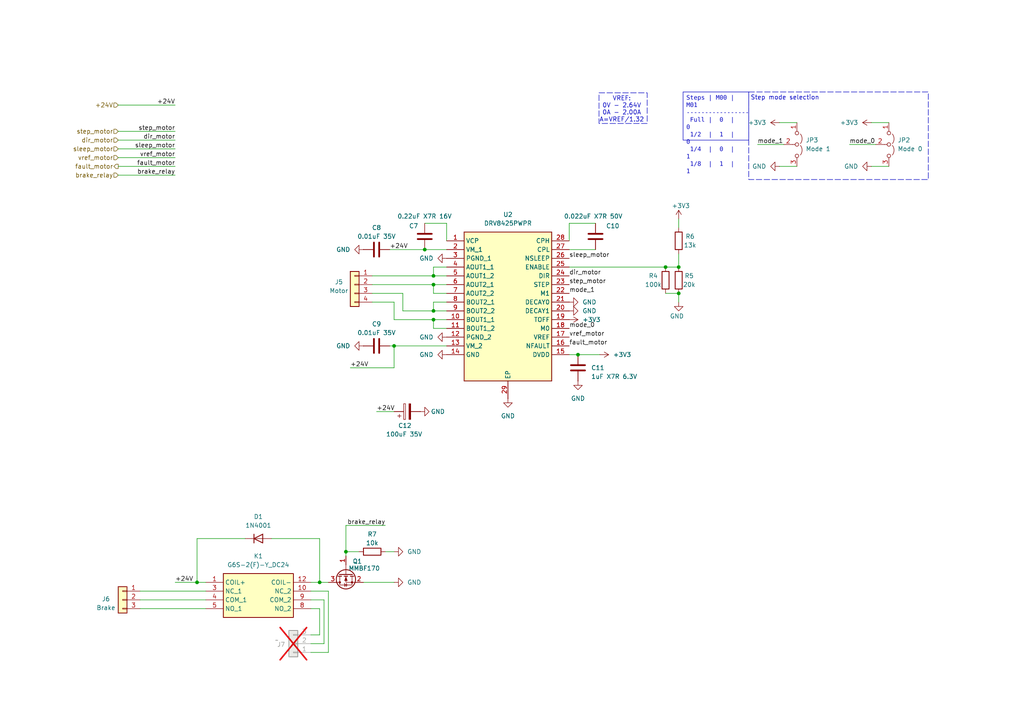
<source format=kicad_sch>
(kicad_sch (version 20231120) (generator "eeschema") (generator_version "8.0")
  (paper "A4")
  (title_block (title "ESPHome Cover PCB") (date "2024-05-08") (rev "1"))
  (lib_symbols
    (symbol "Connector_Generic:Conn_01x03" (pin_names (offset 1.016) hide)
      (property "Reference" "J" (at 0 5.08 0))
      (property "Value" "Conn_01x03" (at 0 -5.08 0))
      (symbol "Conn_01x03_1_1"
        (rectangle (start -1.27 -2.413) (end 0 -2.667) (stroke (width 0.1524)))
        (rectangle (start -1.27 0.127) (end 0 -0.127) (stroke (width 0.1524)))
        (rectangle (start -1.27 2.667) (end 0 2.413) (stroke (width 0.1524)))
        (rectangle (start -1.27 3.81) (end 1.27 -3.81) (stroke (width 0.254)) (fill (type background)))
        (pin passive line (at -5.08 2.54 0) (length 3.81) (name "Pin_1") (number "1"))
        (pin passive line (at -5.08 0 0) (length 3.81) (name "Pin_2") (number "2"))
        (pin passive line (at -5.08 -2.54 0) (length 3.81) (name "Pin_3") (number "3"))
      )
    )
    (symbol "Connector_Generic:Conn_01x04" (pin_names (offset 1.016) hide)
      (property "Reference" "J" (at 0 5.08 0))
      (property "Value" "Conn_01x04" (at 0 -7.62 0))
      (symbol "Conn_01x04_1_1"
        (rectangle (start -1.27 -4.953) (end 0 -5.207) (stroke (width 0.1524)))
        (rectangle (start -1.27 -2.413) (end 0 -2.667) (stroke (width 0.1524)))
        (rectangle (start -1.27 0.127) (end 0 -0.127) (stroke (width 0.1524)))
        (rectangle (start -1.27 2.667) (end 0 2.413) (stroke (width 0.1524)))
        (rectangle (start -1.27 3.81) (end 1.27 -6.35) (stroke (width 0.254)) (fill (type background)))
        (pin passive line (at -5.08 2.54 0) (length 3.81) (name "Pin_1") (number "1"))
        (pin passive line (at -5.08 0 0) (length 3.81) (name "Pin_2") (number "2"))
        (pin passive line (at -5.08 -2.54 0) (length 3.81) (name "Pin_3") (number "3"))
        (pin passive line (at -5.08 -5.08 0) (length 3.81) (name "Pin_4") (number "4"))
      )
    )
    (symbol "Device:C" (pin_numbers hide) (pin_names (offset 0.254))
      (property "Reference" "C" (at 0.635 2.54 0))
      (property "Value" "C" (at 0.635 -2.54 0))
      (symbol "C_0_1"
        (polyline (pts (xy -2.032 -0.762) (xy 2.032 -0.762)) (stroke (width 0.508)))
        (polyline (pts (xy -2.032 0.762) (xy 2.032 0.762)) (stroke (width 0.508)))
      )
      (symbol "C_1_1"
        (pin passive line (at 0 3.81 270) (length 2.794) (name "~") (number "1"))
        (pin passive line (at 0 -3.81 90) (length 2.794) (name "~") (number "2"))
      )
    )
    (symbol "Device:C_Polarized" (pin_numbers hide) (pin_names (offset 0.254))
      (property "Reference" "C" (at 0.635 2.54 0))
      (property "Value" "C_Polarized" (at 0.635 -2.54 0))
      (symbol "C_Polarized_0_1"
        (rectangle (start -2.286 0.508) (end 2.286 1.016))
        (polyline (pts (xy -1.778 2.286) (xy -0.762 2.286)))
        (polyline (pts (xy -1.27 2.794) (xy -1.27 1.778)))
        (rectangle (start 2.286 -0.508) (end -2.286 -1.016) (fill (type outline)))
      )
      (symbol "C_Polarized_1_1"
        (pin passive line (at 0 3.81 270) (length 2.794) (name "~") (number "1"))
        (pin passive line (at 0 -3.81 90) (length 2.794) (name "~") (number "2"))
      )
    )
    (symbol "Device:R" (pin_numbers hide) (pin_names (offset 0))
      (property "Reference" "R" (at 2.032 0 90))
      (property "Value" "R" (at 0 0 90))
      (symbol "R_0_1"
        (rectangle (start -1.016 -2.54) (end 1.016 2.54) (stroke (width 0.254)))
      )
      (symbol "R_1_1"
        (pin passive line (at 0 3.81 270) (length 1.27) (name "~") (number "1"))
        (pin passive line (at 0 -3.81 90) (length 1.27) (name "~") (number "2"))
      )
    )
    (symbol "Diode:1N4001" (pin_numbers hide) (pin_names hide)
      (property "Reference" "D" (at 0 2.54 0))
      (property "Value" "1N4001" (at 0 -2.54 0))
      (symbol "1N4001_0_1"
        (polyline (pts (xy -1.27 1.27) (xy -1.27 -1.27)) (stroke (width 0.254)))
        (polyline (pts (xy 1.27 0) (xy -1.27 0)))
        (polyline (pts (xy 1.27 1.27) (xy 1.27 -1.27) (xy -1.27 0) (xy 1.27 1.27)) (stroke (width 0.254)))
      )
      (symbol "1N4001_1_1"
        (pin passive line (at -3.81 0 0) (length 2.54) (name "K") (number "1"))
        (pin passive line (at 3.81 0 180) (length 2.54) (name "A") (number "2"))
      )
    )
    (symbol "Jumper:Jumper_3_Open" (pin_names (offset 0) hide) (exclude_from_sim yes) (in_bom no)
      (property "Reference" "JP" (at -2.54 -2.54 0))
      (property "Value" "Jumper_3_Open" (at 0 2.794 0))
      (symbol "Jumper_3_Open_0_0"
        (circle (center -3.302 0) (radius 0.508))
        (circle (center 0 0) (radius 0.508))
        (circle (center 3.302 0) (radius 0.508))
      )
      (symbol "Jumper_3_Open_0_1"
        (arc (start -0.254 1.016) (mid -1.651 1.4992) (end -3.048 1.016))
        (polyline (pts (xy 0 -0.508) (xy 0 -1.27)))
        (arc (start 3.048 1.016) (mid 1.651 1.4992) (end 0.254 1.016))
      )
      (symbol "Jumper_3_Open_1_1"
        (pin passive line (at -6.35 0 0) (length 2.54) (name "A") (number "1"))
        (pin passive line (at 0 -3.81 90) (length 2.54) (name "C") (number "2"))
        (pin passive line (at 6.35 0 180) (length 2.54) (name "B") (number "3"))
      )
    )
    (symbol "SamacSys_Parts:DRV8425PWPR"
      (property "Reference" "U" (at 11.43 7.62 0))
      (property "Value" "DRV8425PWPR" (at 11.43 5.08 0))
      (symbol "DRV8425PWPR_1_1"
        (rectangle (start 5.08 2.54) (end 30.48 -40.64) (stroke (width 0.254)) (fill (type background)))
        (pin passive line (at 0 0 0) (length 5.08) (name "VCP") (number "1"))
        (pin passive line (at 0 -22.86 0) (length 5.08) (name "BOUT1_1") (number "10"))
        (pin passive line (at 0 -25.4 0) (length 5.08) (name "BOUT1_2") (number "11"))
        (pin passive line (at 0 -27.94 0) (length 5.08) (name "PGND_2") (number "12"))
        (pin passive line (at 0 -30.48 0) (length 5.08) (name "VM_2") (number "13"))
        (pin passive line (at 0 -33.02 0) (length 5.08) (name "GND") (number "14"))
        (pin passive line (at 35.56 -33.02 180) (length 5.08) (name "DVDD") (number "15"))
        (pin passive line (at 35.56 -30.48 180) (length 5.08) (name "NFAULT") (number "16"))
        (pin passive line (at 35.56 -27.94 180) (length 5.08) (name "VREF") (number "17"))
        (pin passive line (at 35.56 -25.4 180) (length 5.08) (name "M0") (number "18"))
        (pin passive line (at 35.56 -22.86 180) (length 5.08) (name "TOFF") (number "19"))
        (pin passive line (at 0 -2.54 0) (length 5.08) (name "VM_1") (number "2"))
        (pin passive line (at 35.56 -20.32 180) (length 5.08) (name "DECAY1") (number "20"))
        (pin passive line (at 35.56 -17.78 180) (length 5.08) (name "DECAY0") (number "21"))
        (pin passive line (at 35.56 -15.24 180) (length 5.08) (name "M1") (number "22"))
        (pin passive line (at 35.56 -12.7 180) (length 5.08) (name "STEP") (number "23"))
        (pin passive line (at 35.56 -10.16 180) (length 5.08) (name "DIR") (number "24"))
        (pin passive line (at 35.56 -7.62 180) (length 5.08) (name "ENABLE") (number "25"))
        (pin passive line (at 35.56 -5.08 180) (length 5.08) (name "NSLEEP") (number "26"))
        (pin passive line (at 35.56 -2.54 180) (length 5.08) (name "CPL") (number "27"))
        (pin passive line (at 35.56 0 180) (length 5.08) (name "CPH") (number "28"))
        (pin passive line (at 17.78 -45.72 90) (length 5.08) (name "EP") (number "29"))
        (pin passive line (at 0 -5.08 0) (length 5.08) (name "PGND_1") (number "3"))
        (pin passive line (at 0 -7.62 0) (length 5.08) (name "AOUT1_1") (number "4"))
        (pin passive line (at 0 -10.16 0) (length 5.08) (name "AOUT1_2") (number "5"))
        (pin passive line (at 0 -12.7 0) (length 5.08) (name "AOUT2_1") (number "6"))
        (pin passive line (at 0 -15.24 0) (length 5.08) (name "AOUT2_2") (number "7"))
        (pin passive line (at 0 -17.78 0) (length 5.08) (name "BOUT2_1") (number "8"))
        (pin passive line (at 0 -20.32 0) (length 5.08) (name "BOUT2_2") (number "9"))
      )
    )
    (symbol "Transistor_FET:MMBF170" (pin_names hide)
      (property "Reference" "Q" (at 5.08 1.905 0))
      (property "Value" "MMBF170" (at 5.08 0 0))
      (symbol "MMBF170_0_1"
        (polyline (pts (xy 0.254 0) (xy -2.54 0)))
        (polyline (pts (xy 0.254 1.905) (xy 0.254 -1.905)) (stroke (width 0.254)))
        (polyline (pts (xy 0.762 -1.27) (xy 0.762 -2.286)) (stroke (width 0.254)))
        (polyline (pts (xy 0.762 0.508) (xy 0.762 -0.508)) (stroke (width 0.254)))
        (polyline (pts (xy 0.762 2.286) (xy 0.762 1.27)) (stroke (width 0.254)))
        (polyline (pts (xy 2.54 2.54) (xy 2.54 1.778)))
        (polyline (pts (xy 2.54 -2.54) (xy 2.54 0) (xy 0.762 0)))
        (polyline (pts (xy 0.762 -1.778) (xy 3.302 -1.778) (xy 3.302 1.778) (xy 0.762 1.778)))
        (polyline (pts (xy 1.016 0) (xy 2.032 0.381) (xy 2.032 -0.381) (xy 1.016 0)) (fill (type outline)))
        (polyline (pts (xy 2.794 0.508) (xy 2.921 0.381) (xy 3.683 0.381) (xy 3.81 0.254)))
        (polyline (pts (xy 3.302 0.381) (xy 2.921 -0.254) (xy 3.683 -0.254) (xy 3.302 0.381)))
        (circle (center 1.651 0) (radius 2.794) (stroke (width 0.254)))
        (circle (center 2.54 -1.778) (radius 0.254) (fill (type outline)))
        (circle (center 2.54 1.778) (radius 0.254) (fill (type outline)))
      )
      (symbol "MMBF170_1_1"
        (pin input line (at -5.08 0 0) (length 2.54) (name "G") (number "1"))
        (pin passive line (at 2.54 -5.08 90) (length 2.54) (name "S") (number "2"))
        (pin passive line (at 2.54 5.08 270) (length 2.54) (name "D") (number "3"))
      )
    )
    (symbol "own lib:G6S-2(F)-Y_DC24"
      (property "Reference" "K" (at 7.62 7.62 0))
      (property "Value" "G6S-2(F)-Y_DC24" (at 7.62 5.08 0))
      (symbol "G6S-2(F)-Y_DC24_1_1"
        (rectangle (start 5.08 2.54) (end 25.4 -10.16) (stroke (width 0.254)) (fill (type background)))
        (pin passive line (at 0 0 0) (length 5.08) (name "COIL+") (number "1"))
        (pin passive line (at 30.48 -2.54 180) (length 5.08) (name "NC_2") (number "10"))
        (pin passive line (at 30.48 0 180) (length 5.08) (name "COIL-") (number "12"))
        (pin passive line (at 0 -2.54 0) (length 5.08) (name "NC_1") (number "3"))
        (pin passive line (at 0 -5.08 0) (length 5.08) (name "COM_1") (number "4"))
        (pin passive line (at 0 -7.62 0) (length 5.08) (name "NO_1") (number "5"))
        (pin passive line (at 30.48 -7.62 180) (length 5.08) (name "NO_2") (number "8"))
        (pin passive line (at 30.48 -5.08 180) (length 5.08) (name "COM_2") (number "9"))
      )
    )
    (symbol "power:+3V3" (power) (pin_numbers hide) (pin_names (offset 0) hide)
      (property "Value" "+3V3" (at 0 3.556 0))
      (symbol "+3V3_0_1"
        (polyline (pts (xy -0.762 1.27) (xy 0 2.54)))
        (polyline (pts (xy 0 0) (xy 0 2.54)))
        (polyline (pts (xy 0 2.54) (xy 0.762 1.27)))
      )
      (symbol "+3V3_1_1"
        (pin power_in line (at 0 0 90) (length 0) (name "~") (number "1"))
      )
    )
    (symbol "power:GND" (power) (pin_numbers hide) (pin_names (offset 0) hide)
      (property "Value" "GND" (at 0 -3.81 0))
      (symbol "GND_0_1"
        (polyline (pts (xy 0 0) (xy 0 -1.27) (xy 1.27 -1.27) (xy 0 -2.54) (xy -1.27 -1.27) (xy 0 -1.27)))
      )
      (symbol "GND_1_1"
        (pin power_in line (at 0 0 270) (length 0) (name "~") (number "1"))
      )
    )
  )
  (junction (at 100.33 160.02))
  (junction (at 196.85 85.09))
  (junction (at 123.19 72.39))
  (junction (at 167.64 102.87))
  (junction (at 57.15 168.91))
  (junction (at 125.73 82.55))
  (junction (at 193.04 77.47))
  (junction (at 92.71 168.91))
  (junction (at 125.73 92.71))
  (junction (at 196.85 77.47))
  (junction (at 114.3 100.33))
  (junction (at 125.73 90.17))
  (junction (at 125.73 80.01))
  (wire (pts (xy 114.3 106.68) (xy 114.3 100.33)))
  (wire (pts (xy 90.17 173.99) (xy 93.98 173.99)))
  (wire (pts (xy 109.22 119.38) (xy 114.3 119.38)))
  (wire (pts (xy 114.3 100.33) (xy 129.54 100.33)))
  (wire (pts (xy 104.14 160.02) (xy 100.33 160.02)))
  (wire (pts (xy 129.54 69.85) (xy 129.54 64.77)))
  (wire (pts (xy 129.54 64.77) (xy 123.19 64.77)))
  (wire (pts (xy 107.95 85.09) (xy 116.84 85.09)))
  (wire (pts (xy 90.17 176.53) (xy 92.71 176.53)))
  (wire (pts (xy 34.29 48.26) (xy 50.8 48.26)))
  (wire (pts (xy 34.29 43.18) (xy 50.8 43.18)))
  (wire (pts (xy 246.38 41.91) (xy 254 41.91)))
  (wire (pts (xy 196.85 66.04) (xy 196.85 63.5)))
  (wire (pts (xy 196.85 73.66) (xy 196.85 77.47)))
  (wire (pts (xy 129.54 95.25) (xy 125.73 95.25)))
  (wire (pts (xy 219.71 41.91) (xy 227.33 41.91)))
  (wire (pts (xy 90.17 171.45) (xy 95.25 171.45)))
  (wire (pts (xy 123.19 72.39) (xy 129.54 72.39)))
  (wire (pts (xy 107.95 80.01) (xy 125.73 80.01)))
  (wire (pts (xy 34.29 50.8) (xy 50.8 50.8)))
  (wire (pts (xy 34.29 45.72) (xy 50.8 45.72)))
  (wire (pts (xy 100.33 160.02) (xy 100.33 161.29)))
  (wire (pts (xy 40.64 176.53) (xy 59.69 176.53)))
  (wire (pts (xy 92.71 156.21) (xy 92.71 168.91)))
  (wire (pts (xy 92.71 168.91) (xy 95.25 168.91)))
  (wire (pts (xy 78.74 156.21) (xy 92.71 156.21)))
  (wire (pts (xy 165.1 102.87) (xy 167.64 102.87)))
  (wire (pts (xy 165.1 64.77) (xy 165.1 69.85)))
  (wire (pts (xy 57.15 156.21) (xy 57.15 168.91)))
  (wire (pts (xy 165.1 72.39) (xy 172.72 72.39)))
  (wire (pts (xy 93.98 173.99) (xy 93.98 186.69)))
  (wire (pts (xy 165.1 77.47) (xy 193.04 77.47)))
  (wire (pts (xy 113.03 100.33) (xy 114.3 100.33)))
  (wire (pts (xy 125.73 87.63) (xy 125.73 90.17)))
  (wire (pts (xy 125.73 80.01) (xy 129.54 80.01)))
  (wire (pts (xy 196.85 77.47) (xy 193.04 77.47)))
  (wire (pts (xy 252.73 48.26) (xy 257.81 48.26)))
  (wire (pts (xy 226.06 48.26) (xy 231.14 48.26)))
  (wire (pts (xy 114.3 168.91) (xy 105.41 168.91)))
  (wire (pts (xy 50.8 168.91) (xy 57.15 168.91)))
  (wire (pts (xy 226.06 35.56) (xy 231.14 35.56)))
  (wire (pts (xy 34.29 40.64) (xy 50.8 40.64)))
  (wire (pts (xy 107.95 87.63) (xy 114.3 87.63)))
  (wire (pts (xy 196.85 87.63) (xy 196.85 85.09)))
  (wire (pts (xy 34.29 30.48) (xy 50.8 30.48)))
  (wire (pts (xy 57.15 168.91) (xy 59.69 168.91)))
  (wire (pts (xy 100.33 152.4) (xy 100.33 160.02)))
  (wire (pts (xy 129.54 92.71) (xy 125.73 92.71)))
  (wire (pts (xy 172.72 64.77) (xy 165.1 64.77)))
  (wire (pts (xy 129.54 90.17) (xy 125.73 90.17)))
  (wire (pts (xy 125.73 77.47) (xy 125.73 80.01)))
  (wire (pts (xy 129.54 77.47) (xy 125.73 77.47)))
  (wire (pts (xy 129.54 87.63) (xy 125.73 87.63)))
  (wire (pts (xy 101.6 106.68) (xy 114.3 106.68)))
  (wire (pts (xy 125.73 90.17) (xy 116.84 90.17)))
  (wire (pts (xy 113.03 72.39) (xy 123.19 72.39)))
  (wire (pts (xy 40.64 171.45) (xy 59.69 171.45)))
  (wire (pts (xy 95.25 171.45) (xy 95.25 189.23)))
  (wire (pts (xy 90.17 168.91) (xy 92.71 168.91)))
  (wire (pts (xy 167.64 102.87) (xy 173.99 102.87)))
  (wire (pts (xy 125.73 82.55) (xy 129.54 82.55)))
  (wire (pts (xy 125.73 82.55) (xy 125.73 85.09)))
  (wire (pts (xy 34.29 38.1) (xy 50.8 38.1)))
  (wire (pts (xy 125.73 92.71) (xy 125.73 95.25)))
  (wire (pts (xy 196.85 85.09) (xy 193.04 85.09)))
  (wire (pts (xy 92.71 176.53) (xy 92.71 184.15)))
  (wire (pts (xy 107.95 82.55) (xy 125.73 82.55)))
  (wire (pts (xy 40.64 173.99) (xy 59.69 173.99)))
  (wire (pts (xy 111.76 152.4) (xy 100.33 152.4)))
  (wire (pts (xy 252.73 35.56) (xy 257.81 35.56)))
  (wire (pts (xy 129.54 85.09) (xy 125.73 85.09)))
  (wire (pts (xy 95.25 189.23) (xy 90.17 189.23)))
  (wire (pts (xy 93.98 186.69) (xy 90.17 186.69)))
  (wire (pts (xy 114.3 92.71) (xy 114.3 87.63)))
  (wire (pts (xy 92.71 184.15) (xy 90.17 184.15)))
  (wire (pts (xy 125.73 92.71) (xy 114.3 92.71)))
  (wire (pts (xy 116.84 90.17) (xy 116.84 85.09)))
  (wire (pts (xy 71.12 156.21) (xy 57.15 156.21)))
  (wire (pts (xy 114.3 160.02) (xy 111.76 160.02)))
  (rectangle (start 173.736 26.924) (end 187.706 35.814) (stroke (width 0) (type dash)))
  (rectangle (start 217.17 26.67) (end 269.24 52.07) (stroke (width 0) (type dash)))
  (text_box "Steps | M00 | M01\n-----------------\n Full |  0  |  0\n 1/2  |  1  |  0\n 1/4  |  0  |  1\n 1/8  |  1  |  1" (at 198.12 26.67 0) (size 19.05 13.97) (effects (font (size 1.27 1.27)) (justify left top)))
  (text "VREF:\n0V - 2.64V\n0A - 2.00A\nA=VREF/1.32" (at 180.34 31.75 0) (effects (font (size 1.27 1.27))))
  (text "Step mode selection" (at 217.678 27.686 0) (effects (font (size 1.27 1.27)) (justify left top)))
  (label "step_motor" (at 165.1 82.55 0))
  (label "mode_0" (at 165.1 95.25 0))
  (label "mode_1" (at 219.71 41.91 0))
  (label "+24V" (at 50.8 30.48 180))
  (label "+24V" (at 101.6 106.68 0))
  (label "dir_motor" (at 50.8 40.64 180))
  (label "+24V" (at 109.22 119.38 0))
  (label "brake_relay" (at 50.8 50.8 180))
  (label "dir_motor" (at 165.1 80.01 0))
  (label "+24V" (at 113.03 72.39 0))
  (label "brake_relay" (at 111.76 152.4 180))
  (label "mode_0" (at 246.38 41.91 0))
  (label "sleep_motor" (at 50.8 43.18 180))
  (label "fault_motor" (at 50.8 48.26 180))
  (label "+24V" (at 50.8 168.91 0))
  (label "mode_1" (at 165.1 85.09 0))
  (label "fault_motor" (at 165.1 100.33 0))
  (label "vref_motor" (at 50.8 45.72 180))
  (label "vref_motor" (at 165.1 97.79 0))
  (label "sleep_motor" (at 165.1 74.93 0))
  (label "step_motor" (at 50.8 38.1 180))
  (hierarchical_label "brake_relay" (shape input) (at 34.29 50.8 180))
  (hierarchical_label "vref_motor" (shape input) (at 34.29 45.72 180))
  (hierarchical_label "sleep_motor" (shape input) (at 34.29 43.18 180))
  (hierarchical_label "dir_motor" (shape input) (at 34.29 40.64 180))
  (hierarchical_label "+24V" (shape input) (at 34.29 30.48 180))
  (hierarchical_label "fault_motor" (shape output) (at 34.29 48.26 180))
  (hierarchical_label "step_motor" (shape input) (at 34.29 38.1 180))
  (symbol (lib_id "Device:C") (at 123.19 68.58 0) (unit 1)
    (property "Reference" "C7" (at 118.618 65.532 0) (effects (justify left)))
    (property "Value" "0.22uF X7R 16V" (at 131.064 62.738 0) (effects (justify right)))
    (property "Footprint" "Capacitor_SMD:C_0805_2012Metric" (effects (hide yes)))
    (property "Description" "Unpolarized capacitor" (effects (hide yes)))
    (property "LCSC" "C113853" (effects (hide yes)))
  )
  (symbol (lib_id "power:+3V3") (at 252.73 35.56 90) (unit 1)
    (property "Reference" "#PWR056" (effects (hide yes)))
    (property "Value" "+3V3" (at 248.92 35.56 90) (effects (justify left)))
    (property "Description" "Power symbol creates a global label with name \"+3V3\"" (effects (hide yes)))
  )
  (symbol (lib_id "power:GND") (at 121.92 119.38 90) (unit 1)
    (property "Reference" "#PWR039" (effects (hide yes)))
    (property "Value" "GND" (at 127 119.38 90))
    (property "Description" "Power symbol creates a global label with name \"GND\" , ground" (effects (hide yes)))
  )
  (symbol (lib_id "power:GND") (at 165.1 90.17 90) (unit 1)
    (property "Reference" "#PWR032" (effects (hide yes)))
    (property "Value" "GND" (at 168.91 90.1699 90) (effects (justify right)))
    (property "Description" "Power symbol creates a global label with name \"GND\" , ground" (effects (hide yes)))
  )
  (symbol (lib_id "Connector_Generic:Conn_01x04") (at 102.87 82.55 0) (mirror y) (unit 1)
    (property "Reference" "J5" (at 98.298 81.788 0))
    (property "Value" "Motor" (at 98.298 84.328 0))
    (property "Footprint" "Connector_JST:JST_XH_B4B-XH-A_1x04_P2.50mm_Vertical" (effects (hide yes)))
    (property "Description" "Generic connector, single row, 01x04, script generated (kicad-library-utils/schlib/autogen/connector/)" (effects (hide yes)))
  )
  (symbol (lib_id "Device:C") (at 167.64 106.68 0) (unit 1)
    (property "Reference" "C11" (at 171.45 106.68 0) (effects (justify left)))
    (property "Value" "1uF X7R 6.3V" (at 171.45 109.22 0) (effects (justify left)))
    (property "Footprint" "Capacitor_SMD:C_0805_2012Metric" (effects (hide yes)))
    (property "Description" "Unpolarized capacitor" (effects (hide yes)))
    (property "LCSC" "C3869051" (effects (hide yes)))
  )
  (symbol (lib_id "power:GND") (at 252.73 48.26 270) (unit 1)
    (property "Reference" "#PWR034" (effects (hide yes)))
    (property "Value" "GND" (at 248.92 48.2599 90) (effects (justify right)))
    (property "Description" "Power symbol creates a global label with name \"GND\" , ground" (effects (hide yes)))
  )
  (symbol (lib_id "Jumper:Jumper_3_Open") (at 231.14 41.91 270) (unit 1) (exclude_from_sim yes) (in_bom no)
    (property "Reference" "JP3" (at 233.68 40.6399 90) (effects (justify left)))
    (property "Value" "Mode 1" (at 233.68 43.1799 90) (effects (justify left)))
    (property "Footprint" "Connector_PinHeader_2.54mm:PinHeader_1x03_P2.54mm_Vertical_SMD_Pin1Left" (effects (hide yes)))
    (property "Description" "Jumper, 3-pole, both open" (effects (hide yes)))
    (property "LCSC" "C780061" (effects (hide yes)))
  )
  (symbol (lib_id "power:GND") (at 105.41 72.39 270) (unit 1)
    (property "Reference" "#PWR036" (effects (hide yes)))
    (property "Value" "GND" (at 101.6 72.3899 90) (effects (justify right)))
    (property "Description" "Power symbol creates a global label with name \"GND\" , ground" (effects (hide yes)))
  )
  (symbol (lib_id "power:GND") (at 114.3 168.91 90) (mirror x) (unit 1)
    (property "Reference" "#PWR042" (effects (hide yes)))
    (property "Value" "GND" (at 118.11 168.9099 90) (effects (justify right)))
    (property "Description" "Power symbol creates a global label with name \"GND\" , ground" (effects (hide yes)))
  )
  (symbol (lib_id "power:+3V3") (at 165.1 92.71 270) (unit 1)
    (property "Reference" "#PWR037" (effects (hide yes)))
    (property "Value" "+3V3" (at 168.91 92.71 90) (effects (justify left)))
    (property "Description" "Power symbol creates a global label with name \"+3V3\"" (effects (hide yes)))
  )
  (symbol (lib_id "power:+3V3") (at 196.85 63.5 0) (unit 1)
    (property "Reference" "#PWR038" (effects (hide yes)))
    (property "Value" "+3V3" (at 194.818 59.69 0) (effects (justify left)))
    (property "Description" "Power symbol creates a global label with name \"+3V3\"" (effects (hide yes)))
  )
  (symbol (lib_id "power:+3V3") (at 173.99 102.87 270) (unit 1)
    (property "Reference" "#PWR030" (effects (hide yes)))
    (property "Value" "+3V3" (at 177.8 102.87 90) (effects (justify left)))
    (property "Description" "Power symbol creates a global label with name \"+3V3\"" (effects (hide yes)))
  )
  (symbol (lib_id "power:GND") (at 105.41 100.33 270) (unit 1)
    (property "Reference" "#PWR035" (effects (hide yes)))
    (property "Value" "GND" (at 101.6 100.3299 90) (effects (justify right)))
    (property "Description" "Power symbol creates a global label with name \"GND\" , ground" (effects (hide yes)))
  )
  (symbol (lib_id "SamacSys_Parts:DRV8425PWPR") (at 129.54 69.85 0) (unit 1)
    (property "Reference" "U2" (at 147.32 62.23 0))
    (property "Value" "DRV8425PWPR" (at 147.32 64.77 0))
    (property "Footprint" "SamacSys_Parts:SOP65P640X120-29N" (effects (hide yes)))
    (property "Datasheet" "https://www.ti.com/lit/ds/symlink/drv8425.pdf?HQS=dis-dk-null-digikeymode-dsf-pf-null-wwe&ts=1649241545013" (effects (hide yes)))
    (property "Description" "Bipolar Motor Driver NMOS PWM, Step/Direction 28-HTSSOP" (effects (hide yes)))
    (property "Height" "1.2" (effects (hide yes)))
    (property "Mouser Part Number" "595-DRV8425PWPR" (effects (hide yes)))
    (property "Mouser Price/Stock" "https://www.mouser.co.uk/ProductDetail/Texas-Instruments/DRV8425PWPR?qs=TuK3vfAjtkX3LipbcPvusQ%3D%3D" (effects (hide yes)))
    (property "Manufacturer_Name" "Texas Instruments" (effects (hide yes)))
    (property "Manufacturer_Part_Number" "DRV8425PWPR" (effects (hide yes)))
    (property "LCSC" "C3681319" (effects (hide yes)))
  )
  (symbol (lib_id "power:GND") (at 196.85 87.63 0) (unit 1)
    (property "Reference" "#PWR010" (effects (hide yes)))
    (property "Value" "GND" (at 198.374 91.694 0) (effects (justify right)))
    (property "Description" "Power symbol creates a global label with name \"GND\" , ground" (effects (hide yes)))
  )
  (symbol (lib_id "Jumper:Jumper_3_Open") (at 257.81 41.91 270) (unit 1) (exclude_from_sim yes) (in_bom no)
    (property "Reference" "JP2" (at 260.35 40.6399 90) (effects (justify left)))
    (property "Value" "Mode 0" (at 260.35 43.1799 90) (effects (justify left)))
    (property "Footprint" "Connector_PinHeader_2.54mm:PinHeader_1x03_P2.54mm_Vertical_SMD_Pin1Left" (effects (hide yes)))
    (property "Description" "Jumper, 3-pole, both open" (effects (hide yes)))
    (property "LCSC" "C780061" (effects (hide yes)))
  )
  (symbol (lib_id "power:GND") (at 114.3 160.02 90) (mirror x) (unit 1)
    (property "Reference" "#PWR041" (effects (hide yes)))
    (property "Value" "GND" (at 118.11 160.0199 90) (effects (justify right)))
    (property "Description" "Power symbol creates a global label with name \"GND\" , ground" (effects (hide yes)))
  )
  (symbol (lib_id "Device:R") (at 193.04 81.28 180) (unit 1)
    (property "Reference" "R4" (at 189.484 80.01 0))
    (property "Value" "100k" (at 189.484 82.55 0))
    (property "Footprint" "Resistor_SMD:R_0805_2012Metric" (effects (hide yes)))
    (property "Description" "Resistor" (effects (hide yes)))
    (property "LCSC" "C149504" (effects (hide yes)))
  )
  (symbol (lib_id "power:GND") (at 226.06 48.26 270) (unit 1)
    (property "Reference" "#PWR033" (effects (hide yes)))
    (property "Value" "GND" (at 222.25 48.2599 90) (effects (justify right)))
    (property "Description" "Power symbol creates a global label with name \"GND\" , ground" (effects (hide yes)))
  )
  (symbol (lib_id "Device:C_Polarized") (at 118.11 119.38 90) (unit 1)
    (property "Reference" "C12" (at 119.38 123.444 90) (effects (justify left)))
    (property "Value" "100uF 35V" (at 122.5039 125.9514 90) (effects (justify left)))
    (property "Footprint" "Capacitor_SMD:CP_Elec_6.3x7.7" (effects (hide yes)))
    (property "Description" "Polarized capacitor" (effects (hide yes)))
    (property "LCSC" "C72478" (effects (hide yes)))
  )
  (symbol (lib_id "power:GND") (at 167.64 110.49 0) (unit 1)
    (property "Reference" "#PWR031" (effects (hide yes)))
    (property "Value" "GND" (at 167.64 115.57 0))
    (property "Description" "Power symbol creates a global label with name \"GND\" , ground" (effects (hide yes)))
  )
  (symbol (lib_id "power:GND") (at 129.54 102.87 270) (unit 1)
    (property "Reference" "#PWR06" (effects (hide yes)))
    (property "Value" "GND" (at 125.73 102.8699 90) (effects (justify right)))
    (property "Description" "Power symbol creates a global label with name \"GND\" , ground" (effects (hide yes)))
  )
  (symbol (lib_id "Connector_Generic:Conn_01x03") (at 35.56 173.99 0) (mirror y) (unit 1)
    (property "Reference" "J6" (at 30.734 173.736 0))
    (property "Value" "Brake" (at 30.734 176.276 0))
    (property "Footprint" "Connector_JST:JST_XH_B3B-XH-A_1x03_P2.50mm_Vertical" (effects (hide yes)))
    (property "Description" "Generic connector, single row, 01x03, script generated (kicad-library-utils/schlib/autogen/connector/)" (effects (hide yes)))
  )
  (symbol (lib_id "power:GND") (at 165.1 87.63 90) (unit 1)
    (property "Reference" "#PWR02" (effects (hide yes)))
    (property "Value" "GND" (at 168.91 87.6299 90) (effects (justify right)))
    (property "Description" "Power symbol creates a global label with name \"GND\" , ground" (effects (hide yes)))
  )
  (symbol (lib_id "Diode:1N4001") (at 74.93 156.21 0) (unit 1)
    (property "Reference" "D1" (at 74.93 149.86 0))
    (property "Value" "1N4001" (at 74.93 152.4 0))
    (property "Footprint" "Diode_THT:D_DO-41_SOD81_P10.16mm_Horizontal" (effects (hide yes)))
    (property "Datasheet" "http://www.vishay.com/docs/88503/1n4001.pdf" (effects (hide yes)))
    (property "Description" "50V 1A General Purpose Rectifier Diode, DO-41" (effects (hide yes)))
    (property "Sim.Device" "D" (effects (hide yes)))
    (property "Sim.Pins" "1=K 2=A" (effects (hide yes)))
    (property "LCSC" "C727079" (effects (hide yes)))
  )
  (symbol (lib_id "Device:C") (at 109.22 72.39 90) (unit 1)
    (property "Reference" "C8" (at 109.22 66.04 90))
    (property "Value" "0.01uF 35V" (at 109.22 68.58 90))
    (property "Footprint" "Capacitor_SMD:C_0402_1005Metric" (effects (hide yes)))
    (property "Description" "Unpolarized capacitor" (effects (hide yes)))
    (property "LCSC" "C1518210" (effects (hide yes)))
  )
  (symbol (lib_id "Device:R") (at 107.95 160.02 270) (mirror x) (unit 1)
    (property "Reference" "R7" (at 107.95 154.94 90))
    (property "Value" "10k" (at 107.95 157.48 90))
    (property "Footprint" "Resistor_SMD:R_0805_2012Metric" (effects (hide yes)))
    (property "Description" "Resistor" (effects (hide yes)))
    (property "LCSC" "C17414" (effects (hide yes)))
  )
  (symbol (lib_id "Device:R") (at 196.85 69.85 0) (unit 1)
    (property "Reference" "R6" (at 200.152 68.58 0))
    (property "Value" "13k" (at 200.152 71.12 0))
    (property "Footprint" "Resistor_SMD:R_0805_2012Metric" (effects (hide yes)))
    (property "Description" "Resistor" (effects (hide yes)))
    (property "LCSC" "C17455" (effects (hide yes)))
  )
  (symbol (lib_id "power:GND") (at 147.32 115.57 0) (unit 1)
    (property "Reference" "#PWR03" (effects (hide yes)))
    (property "Value" "GND" (at 147.32 120.65 0))
    (property "Description" "Power symbol creates a global label with name \"GND\" , ground" (effects (hide yes)))
  )
  (symbol (lib_id "Device:R") (at 196.85 81.28 0) (unit 1)
    (property "Reference" "R5" (at 199.898 80.01 0))
    (property "Value" "20k" (at 199.898 82.55 0))
    (property "Footprint" "Resistor_SMD:R_0805_2012Metric" (effects (hide yes)))
    (property "Description" "Resistor" (effects (hide yes)))
    (property "LCSC" "C4328" (effects (hide yes)))
  )
  (symbol (lib_id "power:GND") (at 129.54 97.79 270) (unit 1)
    (property "Reference" "#PWR05" (effects (hide yes)))
    (property "Value" "GND" (at 125.73 97.7899 90) (effects (justify right)))
    (property "Description" "Power symbol creates a global label with name \"GND\" , ground" (effects (hide yes)))
  )
  (symbol (lib_id "Device:C") (at 172.72 68.58 0) (unit 1)
    (property "Reference" "C10" (at 175.768 65.532 0) (effects (justify left)))
    (property "Value" "0.022uF X7R 50V" (at 180.594 62.738 0) (effects (justify right)))
    (property "Footprint" "Capacitor_SMD:C_0805_2012Metric" (effects (hide yes)))
    (property "Description" "Unpolarized capacitor" (effects (hide yes)))
    (property "LCSC" "C107147" (effects (hide yes)))
  )
  (symbol (lib_id "Connector_Generic:Conn_01x03") (at 85.09 186.69 180) (unit 1) (dnp yes)
    (property "Reference" "J7" (at 81.534 186.944 0))
    (property "Value" "~" (at 80.264 185.674 0))
    (property "Footprint" "Connector_PinHeader_2.54mm:PinHeader_1x03_P2.54mm_Vertical" (effects (hide yes)))
    (property "Description" "Generic connector, single row, 01x03, script generated (kicad-library-utils/schlib/autogen/connector/)" (effects (hide yes)))
  )
  (symbol (lib_id "Transistor_FET:MMBF170") (at 100.33 166.37 90) (mirror x) (unit 1)
    (property "Reference" "Q1" (at 103.632 162.814 90))
    (property "Value" "MMBF170" (at 105.664 164.846 90))
    (property "Footprint" "Package_TO_SOT_SMD:SOT-23" (effects (hide yes)))
    (property "Datasheet" "https://www.diodes.com/assets/Datasheets/ds30104.pdf" (effects (hide yes)))
    (property "Description" "0.5A Id, 60V Vds, N-Channel MOSFET, SOT-23" (effects (hide yes)))
    (property "LCSC" "C151058" (effects (hide yes)))
  )
  (symbol (lib_id "power:GND") (at 129.54 74.93 270) (unit 1)
    (property "Reference" "#PWR04" (effects (hide yes)))
    (property "Value" "GND" (at 125.73 74.9299 90) (effects (justify right)))
    (property "Description" "Power symbol creates a global label with name \"GND\" , ground" (effects (hide yes)))
  )
  (symbol (lib_id "own lib:G6S-2(F)-Y_DC24") (at 59.69 168.91 0) (unit 1)
    (property "Reference" "K1" (at 74.93 161.29 0))
    (property "Value" "G6S-2(F)-Y_DC24" (at 74.93 163.83 0))
    (property "Footprint" "Own_Lib:G6S2(F)YDC24" (effects (hide yes)))
    (property "Datasheet" "https://omronfs.omron.com/en_US/ecb/products/pdf/en-g6s.pdf" (effects (hide yes)))
    (property "Description" "Low Signal Relays - PCB Gullwing NoLatch Eur DPDT 24VDC 230mW" (effects (hide yes)))
    (property "Height" "9.4" (effects (hide yes)))
    (property "Mouser Part Number" "653-G6S-2F-YDC241" (effects (hide yes)))
    (property "Mouser Price/Stock" "https://www.mouser.co.uk/ProductDetail/Omron-Electronics/G6S-2F-Y-DC24?qs=wkx8pu8tL7IvQNRL0vwZmg%3D%3D" (effects (hide yes)))
    (property "Manufacturer_Name" "Omron Electronics" (effects (hide yes)))
    (property "Manufacturer_Part_Number" "G6S-2F-Y DC24" (effects (hide yes)))
    (property "LCSC" "C1525293" (effects (hide yes)))
    (property "LCSC Part" "C1525796" (effects (hide yes)))
  )
  (symbol (lib_id "Device:C") (at 109.22 100.33 90) (unit 1)
    (property "Reference" "C9" (at 109.22 93.98 90))
    (property "Value" "0.01uF 35V" (at 109.22 96.52 90))
    (property "Footprint" "Capacitor_SMD:C_0402_1005Metric" (effects (hide yes)))
    (property "Description" "Unpolarized capacitor" (effects (hide yes)))
    (property "LCSC" "C1518210" (effects (hide yes)))
  )
  (symbol (lib_id "power:+3V3") (at 226.06 35.56 90) (unit 1)
    (property "Reference" "#PWR055" (effects (hide yes)))
    (property "Value" "+3V3" (at 222.25 35.56 90) (effects (justify left)))
    (property "Description" "Power symbol creates a global label with name \"+3V3\"" (effects (hide yes)))
  )
)
</source>
